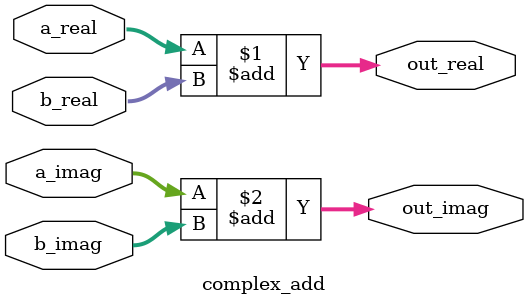
<source format=v>
module complex_add(
	input 	[63:0]		a_real,
	input 	[63:0]		a_imag,
	input 	[63:0]		b_real,
	input 	[63:0]		b_imag,
	
	output	[63:0]		out_real,
	output	[63:0]		out_imag
);

	assign out_real=a_real+b_real;
	assign out_imag=a_imag+b_imag;


endmodule

</source>
